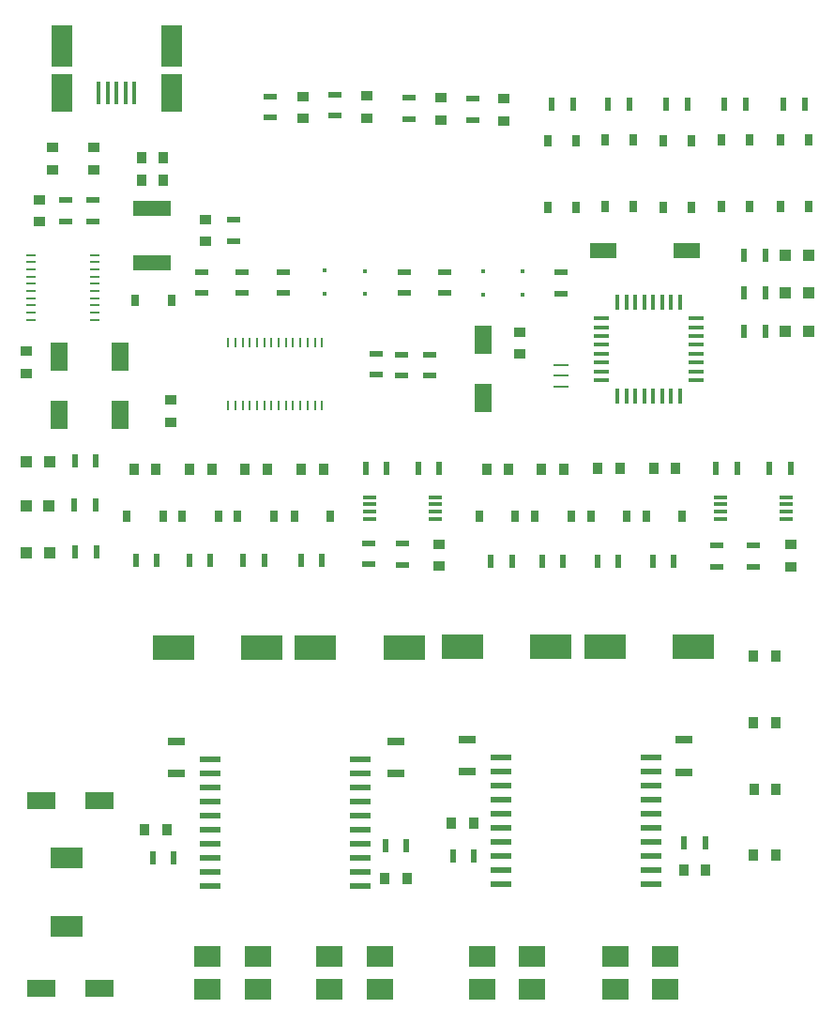
<source format=gtp>
G04 #@! TF.FileFunction,Paste,Top*
%FSLAX46Y46*%
G04 Gerber Fmt 4.6, Leading zero omitted, Abs format (unit mm)*
G04 Created by KiCad (PCBNEW 4.1.0-alpha+201608101232+7015~46~ubuntu14.04.1-product) date Thu Aug 18 00:07:31 2016*
%MOMM*%
%LPD*%
G01*
G04 APERTURE LIST*
%ADD10C,0.100000*%
%ADD11R,0.547600X1.147600*%
%ADD12R,1.046480X1.046480*%
%ADD13R,0.247600X0.947600*%
%ADD14R,1.447600X0.397600*%
%ADD15R,0.397600X1.447600*%
%ADD16R,0.847600X1.097600*%
%ADD17R,2.847600X1.847600*%
%ADD18R,1.097600X0.847600*%
%ADD19R,0.757600X1.067600*%
%ADD20R,2.347600X1.847600*%
%ADD21R,0.297600X0.437600*%
%ADD22R,3.347600X1.447600*%
%ADD23R,0.347600X2.097600*%
%ADD24R,1.897600X3.347600*%
%ADD25R,1.897600X3.847600*%
%ADD26R,1.147600X0.547600*%
%ADD27R,1.547600X0.747600*%
%ADD28R,0.847600X0.247600*%
%ADD29R,2.598420X1.648460*%
%ADD30R,1.648460X2.598420*%
%ADD31R,0.647600X1.047600*%
%ADD32R,1.447600X0.147600*%
%ADD33R,2.347600X1.447600*%
%ADD34R,1.297600X0.297600*%
%ADD35R,3.848100X2.247900*%
%ADD36R,1.847600X0.547600*%
G04 APERTURE END LIST*
D10*
D11*
X176430000Y-65150000D03*
X178330000Y-65150000D03*
D12*
X182229020Y-65160000D03*
X180130980Y-65160000D03*
X182240000Y-61750000D03*
X180141960Y-61750000D03*
X182239020Y-68660000D03*
X180140980Y-68660000D03*
D11*
X176430000Y-61750000D03*
X178330000Y-61750000D03*
X176430000Y-68670000D03*
X178330000Y-68670000D03*
D13*
X129855000Y-75360000D03*
X130505000Y-75360000D03*
X131155000Y-75360000D03*
X131805000Y-75360000D03*
X132455000Y-75360000D03*
X133105000Y-75360000D03*
X133755000Y-75360000D03*
X134405000Y-75360000D03*
X135055000Y-75360000D03*
X135705000Y-75360000D03*
X136355000Y-75360000D03*
X137005000Y-75360000D03*
X137655000Y-75360000D03*
X138305000Y-75360000D03*
X138305000Y-69660000D03*
X137655000Y-69660000D03*
X137005000Y-69660000D03*
X136355000Y-69660000D03*
X135705000Y-69660000D03*
X135055000Y-69660000D03*
X134405000Y-69660000D03*
X133755000Y-69660000D03*
X133105000Y-69660000D03*
X132455000Y-69660000D03*
X131805000Y-69660000D03*
X131155000Y-69660000D03*
X130505000Y-69660000D03*
X129855000Y-69660000D03*
D14*
X163550000Y-67460000D03*
X163550000Y-68260000D03*
X163550000Y-69060000D03*
X163550000Y-69860000D03*
X163550000Y-70660000D03*
X163550000Y-71460000D03*
X163550000Y-72260000D03*
X163550000Y-73060000D03*
D15*
X165000000Y-74510000D03*
X165800000Y-74510000D03*
X166600000Y-74510000D03*
X167400000Y-74510000D03*
X168200000Y-74510000D03*
X169000000Y-74510000D03*
X169800000Y-74510000D03*
X170600000Y-74510000D03*
D14*
X172050000Y-73060000D03*
X172050000Y-72260000D03*
X172050000Y-71460000D03*
X172050000Y-70660000D03*
X172050000Y-69860000D03*
X172050000Y-69060000D03*
X172050000Y-68260000D03*
X172050000Y-67460000D03*
D15*
X170600000Y-66010000D03*
X169800000Y-66010000D03*
X169000000Y-66010000D03*
X168200000Y-66010000D03*
X167400000Y-66010000D03*
X166600000Y-66010000D03*
X165800000Y-66010000D03*
X165000000Y-66010000D03*
D16*
X124310000Y-113580000D03*
X122310000Y-113580000D03*
D17*
X115300000Y-122300000D03*
X115300000Y-116100000D03*
D18*
X156170000Y-68700000D03*
X156170000Y-70700000D03*
X124630000Y-74820000D03*
X124630000Y-76820000D03*
X112825000Y-58775000D03*
X112825000Y-56775000D03*
X111590000Y-70440000D03*
X111590000Y-72440000D03*
X127825000Y-60550000D03*
X127825000Y-58550000D03*
D16*
X123340000Y-81120000D03*
X121340000Y-81120000D03*
X128340000Y-81120000D03*
X126340000Y-81120000D03*
X133340000Y-81120000D03*
X131340000Y-81120000D03*
X138440000Y-81120000D03*
X136440000Y-81120000D03*
X146000000Y-118000000D03*
X144000000Y-118000000D03*
X155160000Y-81080000D03*
X153160000Y-81080000D03*
X160110000Y-81080000D03*
X158110000Y-81080000D03*
X165190000Y-81030000D03*
X163190000Y-81030000D03*
X170230000Y-80980000D03*
X168230000Y-80980000D03*
X172950000Y-117250000D03*
X170950000Y-117250000D03*
X152000000Y-113000000D03*
X150000000Y-113000000D03*
X179230000Y-97930000D03*
X177230000Y-97930000D03*
X179270000Y-103920000D03*
X177270000Y-103920000D03*
X179300000Y-109920000D03*
X177300000Y-109920000D03*
X179250000Y-115920000D03*
X177250000Y-115920000D03*
X122000000Y-53000000D03*
X124000000Y-53000000D03*
D18*
X117710000Y-54060000D03*
X117710000Y-52060000D03*
X113960000Y-54060000D03*
X113960000Y-52060000D03*
X148900000Y-87830000D03*
X148900000Y-89830000D03*
X180590000Y-87880000D03*
X180590000Y-89880000D03*
X154680000Y-49670000D03*
X154680000Y-47670000D03*
X149040000Y-49570000D03*
X149040000Y-47570000D03*
X142390000Y-49380000D03*
X142390000Y-47380000D03*
X136580000Y-49460000D03*
X136580000Y-47460000D03*
D12*
X111581960Y-84400000D03*
X113680000Y-84400000D03*
X111620980Y-80390000D03*
X113719020Y-80390000D03*
D19*
X120705000Y-85335000D03*
X123975000Y-85335000D03*
X125705000Y-85335000D03*
X128975000Y-85335000D03*
X130705000Y-85335000D03*
X133975000Y-85335000D03*
X135805000Y-85335000D03*
X139075000Y-85335000D03*
D20*
X128000000Y-128000000D03*
X132500000Y-128000000D03*
X128000000Y-125000000D03*
X132500000Y-125000000D03*
X143500000Y-128000000D03*
X139000000Y-128000000D03*
X143500000Y-125000000D03*
X139000000Y-125000000D03*
D19*
X152475000Y-85335000D03*
X155745000Y-85335000D03*
X157520000Y-85335000D03*
X160790000Y-85335000D03*
X162570000Y-85335000D03*
X165840000Y-85335000D03*
X167570000Y-85335000D03*
X170840000Y-85335000D03*
D20*
X152750000Y-128000000D03*
X157250000Y-128000000D03*
X152750000Y-125000000D03*
X157250000Y-125000000D03*
X169300000Y-128000000D03*
X164800000Y-128000000D03*
X169300000Y-125000000D03*
X164800000Y-125000000D03*
D19*
X121440000Y-65825000D03*
X124710000Y-65825000D03*
D21*
X156430000Y-63205000D03*
X156430000Y-65315000D03*
X152890000Y-63205000D03*
X152890000Y-65315000D03*
X142160000Y-63185000D03*
X142160000Y-65295000D03*
X138560000Y-63165000D03*
X138560000Y-65275000D03*
D22*
X123000000Y-57561600D03*
X123000000Y-62438400D03*
D16*
X124000000Y-55000000D03*
X122000000Y-55000000D03*
D23*
X119775000Y-47125000D03*
X120575000Y-47125000D03*
X121375000Y-47125000D03*
X118975000Y-47125000D03*
X118175000Y-47125000D03*
D24*
X124700000Y-47125000D03*
X114850000Y-47125000D03*
D25*
X124700000Y-42875000D03*
X114850000Y-42875000D03*
D26*
X130325000Y-58600000D03*
X130325000Y-60500000D03*
X145520000Y-72625000D03*
X145520000Y-70725000D03*
X148020000Y-72625000D03*
X148020000Y-70725000D03*
X143170000Y-72575000D03*
X143170000Y-70675000D03*
X131090000Y-63300000D03*
X131090000Y-65200000D03*
X127415000Y-63300000D03*
X127415000Y-65200000D03*
D11*
X115965000Y-84335000D03*
X117865000Y-84335000D03*
X117905000Y-80335000D03*
X116005000Y-80335000D03*
X124950000Y-116150000D03*
X123050000Y-116150000D03*
X144050000Y-115000000D03*
X145950000Y-115000000D03*
X123410000Y-89310000D03*
X121510000Y-89310000D03*
X128215000Y-89310000D03*
X126315000Y-89310000D03*
X133115000Y-89340000D03*
X131215000Y-89340000D03*
X138315000Y-89340000D03*
X136415000Y-89340000D03*
D27*
X125130000Y-108540000D03*
X125130000Y-105640000D03*
X145000000Y-108550000D03*
X145000000Y-105650000D03*
D11*
X155435000Y-89410000D03*
X153535000Y-89410000D03*
X160055000Y-89380000D03*
X158155000Y-89380000D03*
X165055000Y-89380000D03*
X163155000Y-89380000D03*
X170055000Y-89380000D03*
X168155000Y-89380000D03*
X152000000Y-116000000D03*
X150100000Y-116000000D03*
X171000000Y-114750000D03*
X172900000Y-114750000D03*
D27*
X151450000Y-108380000D03*
X151450000Y-105480000D03*
X171000000Y-108400000D03*
X171000000Y-105500000D03*
D26*
X117650000Y-58700000D03*
X117650000Y-56800000D03*
X115170000Y-58700000D03*
X115170000Y-56800000D03*
X142490000Y-87750000D03*
X142490000Y-89650000D03*
D11*
X144160000Y-80970000D03*
X142260000Y-80970000D03*
D26*
X145590000Y-89690000D03*
X145590000Y-87790000D03*
D11*
X148890000Y-80970000D03*
X146990000Y-80970000D03*
D26*
X151880000Y-49580000D03*
X151880000Y-47680000D03*
X159900000Y-63320000D03*
X159900000Y-65220000D03*
X146160000Y-49480000D03*
X146160000Y-47580000D03*
X149340000Y-63310000D03*
X149340000Y-65210000D03*
X173940000Y-87960000D03*
X173940000Y-89860000D03*
D11*
X175760000Y-80980000D03*
X173860000Y-80980000D03*
D26*
X177210000Y-89860000D03*
X177210000Y-87960000D03*
D11*
X180600000Y-80980000D03*
X178700000Y-80980000D03*
D26*
X139510000Y-49180000D03*
X139510000Y-47280000D03*
X145710000Y-63290000D03*
X145710000Y-65190000D03*
X133650000Y-49350000D03*
X133650000Y-47450000D03*
X134830000Y-63270000D03*
X134830000Y-65170000D03*
D28*
X117800000Y-67600000D03*
X117800000Y-66950000D03*
X117800000Y-66300000D03*
X117800000Y-65650000D03*
X117800000Y-65000000D03*
X117800000Y-64350000D03*
X117800000Y-63700000D03*
X117800000Y-63050000D03*
X117800000Y-62400000D03*
X117800000Y-61750000D03*
X112000000Y-61750000D03*
X112000000Y-62400000D03*
X112000000Y-63050000D03*
X112000000Y-63700000D03*
X112000000Y-64350000D03*
X112000000Y-65000000D03*
X112000000Y-65650000D03*
X112000000Y-66300000D03*
X112000000Y-66950000D03*
X112000000Y-67600000D03*
D29*
X118223820Y-111000000D03*
X112976180Y-111000000D03*
X118223820Y-127900000D03*
X112976180Y-127900000D03*
D30*
X114610000Y-76143820D03*
X114610000Y-70896180D03*
X120110000Y-76153820D03*
X120110000Y-70906180D03*
X152870000Y-74673820D03*
X152870000Y-69426180D03*
D11*
X159060000Y-48150000D03*
X160960000Y-48150000D03*
X164130000Y-48150000D03*
X166030000Y-48150000D03*
X169390000Y-48160000D03*
X171290000Y-48160000D03*
X181880000Y-48150000D03*
X179980000Y-48150000D03*
X176550000Y-48150000D03*
X174650000Y-48150000D03*
D31*
X176920000Y-51400000D03*
X174380000Y-51400000D03*
X174380000Y-57400000D03*
X176920000Y-57400000D03*
X182210000Y-51400000D03*
X179670000Y-51400000D03*
X179670000Y-57400000D03*
X182210000Y-57400000D03*
X171605000Y-51460000D03*
X169065000Y-51460000D03*
X169065000Y-57460000D03*
X171605000Y-57460000D03*
X166380000Y-51410000D03*
X163840000Y-51410000D03*
X163840000Y-57410000D03*
X166380000Y-57410000D03*
X161250000Y-51481738D03*
X158710000Y-51481738D03*
X158710000Y-57481738D03*
X161250000Y-57481738D03*
D32*
X159880000Y-71710000D03*
X159880000Y-72660000D03*
X159880000Y-73610000D03*
D33*
X171190000Y-61360000D03*
X163690000Y-61360000D03*
D12*
X111630980Y-88580000D03*
X113729020Y-88580000D03*
D11*
X116030000Y-88550000D03*
X117930000Y-88550000D03*
D34*
X142640000Y-83610000D03*
X142640000Y-84260000D03*
X142640000Y-84910000D03*
X142640000Y-85560000D03*
X148540000Y-85560000D03*
X148540000Y-84910000D03*
X148540000Y-84260000D03*
X148540000Y-83610000D03*
X174260000Y-83610000D03*
X174260000Y-84260000D03*
X174260000Y-84910000D03*
X174260000Y-85560000D03*
X180160000Y-85560000D03*
X180160000Y-84910000D03*
X180160000Y-84260000D03*
X180160000Y-83610000D03*
D35*
X132900500Y-97145000D03*
X124899500Y-97145000D03*
X158980500Y-97105000D03*
X150979500Y-97105000D03*
X137709500Y-97190000D03*
X145710500Y-97190000D03*
X163849500Y-97130000D03*
X171850500Y-97130000D03*
D36*
X154500000Y-107110000D03*
X154500000Y-108380000D03*
X154500000Y-109650000D03*
X154500000Y-110920000D03*
X154500000Y-112190000D03*
X154500000Y-113460000D03*
X154500000Y-114730000D03*
X154500000Y-116000000D03*
X154500000Y-117270000D03*
X154500000Y-118540000D03*
X168000000Y-107110000D03*
X168000000Y-108380000D03*
X168000000Y-109650000D03*
X168000000Y-110920000D03*
X168000000Y-112190000D03*
X168000000Y-113460000D03*
X168000000Y-114730000D03*
X168000000Y-116000000D03*
X168000000Y-117270000D03*
X168000000Y-118540000D03*
X128250000Y-107285000D03*
X128250000Y-108555000D03*
X128250000Y-109825000D03*
X128250000Y-111095000D03*
X128250000Y-112365000D03*
X128250000Y-113635000D03*
X128250000Y-114905000D03*
X128250000Y-116175000D03*
X128250000Y-117445000D03*
X128250000Y-118715000D03*
X141750000Y-107285000D03*
X141750000Y-108555000D03*
X141750000Y-109825000D03*
X141750000Y-111095000D03*
X141750000Y-112365000D03*
X141750000Y-113635000D03*
X141750000Y-114905000D03*
X141750000Y-116175000D03*
X141750000Y-117445000D03*
X141750000Y-118715000D03*
M02*

</source>
